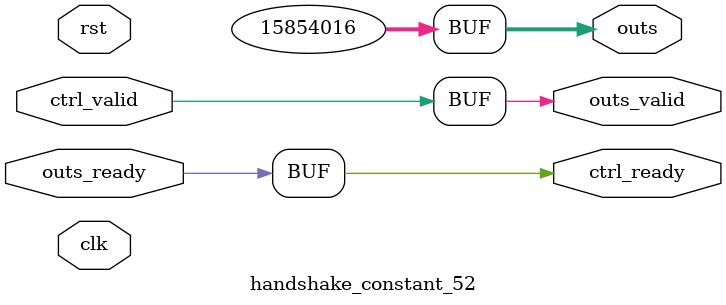
<source format=v>
`timescale 1ns / 1ps
module handshake_constant_52 #(
  parameter DATA_WIDTH = 32  // Default set to 32 bits
) (
  input                       clk,
  input                       rst,
  // Input Channel
  input                       ctrl_valid,
  output                      ctrl_ready,
  // Output Channel
  output [DATA_WIDTH - 1 : 0] outs,
  output                      outs_valid,
  input                       outs_ready
);
  assign outs       = 24'b111100011110100111000000;
  assign outs_valid = ctrl_valid;
  assign ctrl_ready = outs_ready;

endmodule

</source>
